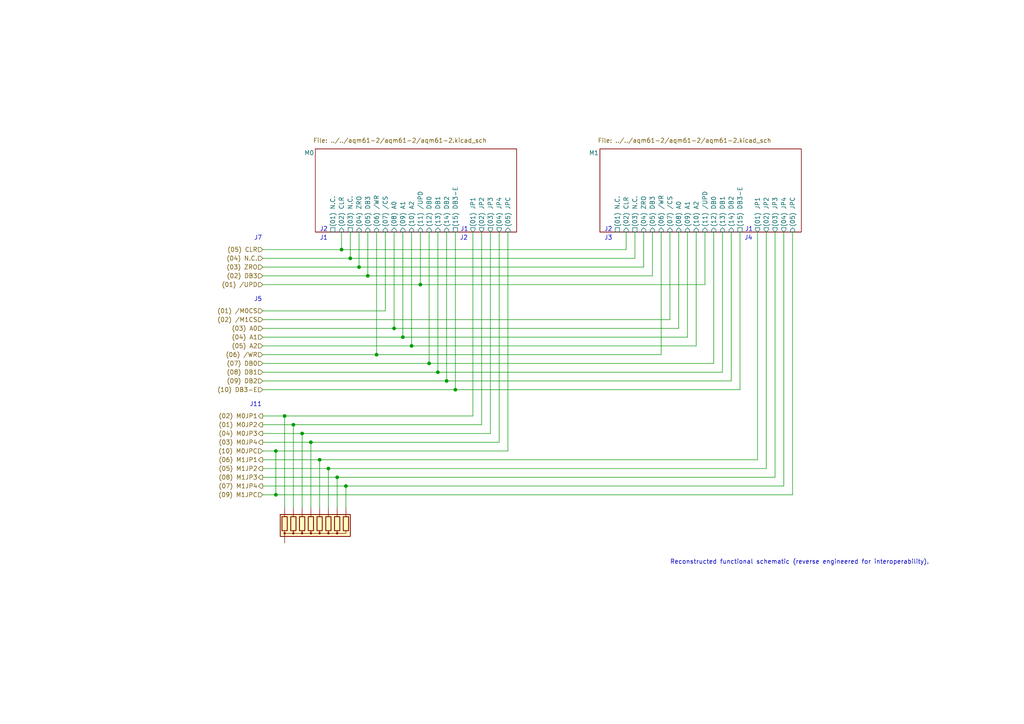
<source format=kicad_sch>
(kicad_sch (version 20211123) (generator eeschema)
  (paper "A4")
  (title_block (title "Control-related circuits") (date "2026-01-24") (rev "1.0") (company "Pozsar Zsolt") (comment 1 "EBE 287.1 analog output module - analog board"))
  (lib_symbols
    (symbol "Device:R_Network08" (pin_numbers hide) (pin_names (offset 0) hide)
      (property "Reference" "RN" (at -12.7 0 90))
      (property "Value" "R_Network08" (at 10.16 0 90))
      (symbol "R_Network08_0_1"
        (rectangle (start -11.43 -3.175) (end 8.89 3.175) (stroke (width 0.254)) (fill (type background)))
        (rectangle (start -10.922 1.524) (end -9.398 -2.54) (stroke (width 0.254)))
        (circle (center -10.16 2.286) (radius 0.254) (fill (type outline)))
        (rectangle (start -8.382 1.524) (end -6.858 -2.54) (stroke (width 0.254)))
        (circle (center -7.62 2.286) (radius 0.254) (fill (type outline)))
        (rectangle (start -5.842 1.524) (end -4.318 -2.54) (stroke (width 0.254)))
        (circle (center -5.08 2.286) (radius 0.254) (fill (type outline)))
        (rectangle (start -3.302 1.524) (end -1.778 -2.54) (stroke (width 0.254)))
        (circle (center -2.54 2.286) (radius 0.254) (fill (type outline)))
        (rectangle (start -0.762 1.524) (end 0.762 -2.54) (stroke (width 0.254)))
        (polyline (pts (xy -10.16 -2.54) (xy -10.16 -3.81)))
        (polyline (pts (xy -7.62 -2.54) (xy -7.62 -3.81)))
        (polyline (pts (xy -5.08 -2.54) (xy -5.08 -3.81)))
        (polyline (pts (xy -2.54 -2.54) (xy -2.54 -3.81)))
        (polyline (pts (xy 0 -2.54) (xy 0 -3.81)))
        (polyline (pts (xy 2.54 -2.54) (xy 2.54 -3.81)))
        (polyline (pts (xy 5.08 -2.54) (xy 5.08 -3.81)))
        (polyline (pts (xy 7.62 -2.54) (xy 7.62 -3.81)))
        (polyline (pts (xy -10.16 1.524) (xy -10.16 2.286) (xy -7.62 2.286) (xy -7.62 1.524)))
        (polyline (pts (xy -7.62 1.524) (xy -7.62 2.286) (xy -5.08 2.286) (xy -5.08 1.524)))
        (polyline (pts (xy -5.08 1.524) (xy -5.08 2.286) (xy -2.54 2.286) (xy -2.54 1.524)))
        (polyline (pts (xy -2.54 1.524) (xy -2.54 2.286) (xy 0 2.286) (xy 0 1.524)))
        (polyline (pts (xy 0 1.524) (xy 0 2.286) (xy 2.54 2.286) (xy 2.54 1.524)))
        (polyline (pts (xy 2.54 1.524) (xy 2.54 2.286) (xy 5.08 2.286) (xy 5.08 1.524)))
        (polyline (pts (xy 5.08 1.524) (xy 5.08 2.286) (xy 7.62 2.286) (xy 7.62 1.524)))
        (circle (center 0 2.286) (radius 0.254) (fill (type outline)))
        (rectangle (start 1.778 1.524) (end 3.302 -2.54) (stroke (width 0.254)))
        (circle (center 2.54 2.286) (radius 0.254) (fill (type outline)))
        (rectangle (start 4.318 1.524) (end 5.842 -2.54) (stroke (width 0.254)))
        (circle (center 5.08 2.286) (radius 0.254) (fill (type outline)))
        (rectangle (start 6.858 1.524) (end 8.382 -2.54) (stroke (width 0.254)))
      )
      (symbol "R_Network08_1_1"
        (pin passive line (at -10.16 5.08 270) (length 2.54) (name "common") (number "1"))
        (pin passive line (at -10.16 -5.08 90) (length 1.27) (name "R1") (number "2"))
        (pin passive line (at -7.62 -5.08 90) (length 1.27) (name "R2") (number "3"))
        (pin passive line (at -5.08 -5.08 90) (length 1.27) (name "R3") (number "4"))
        (pin passive line (at -2.54 -5.08 90) (length 1.27) (name "R4") (number "5"))
        (pin passive line (at 0 -5.08 90) (length 1.27) (name "R5") (number "6"))
        (pin passive line (at 2.54 -5.08 90) (length 1.27) (name "R6") (number "7"))
        (pin passive line (at 5.08 -5.08 90) (length 1.27) (name "R7") (number "8"))
        (pin passive line (at 7.62 -5.08 90) (length 1.27) (name "R8") (number "9"))
      )
    )
  )
  (junction (at 90.17 128.27))
  (junction (at 80.01 130.81))
  (junction (at 119.38 100.33))
  (junction (at 106.68 80.01))
  (junction (at 121.92 82.55))
  (junction (at 109.22 102.87))
  (junction (at 87.63 125.73))
  (junction (at 99.06 72.39))
  (junction (at 95.25 135.89))
  (junction (at 82.55 120.65))
  (junction (at 100.33 140.97))
  (junction (at 92.71 133.35))
  (junction (at 80.01 143.51))
  (junction (at 104.14 77.47))
  (junction (at 101.6 74.93))
  (junction (at 97.79 138.43))
  (junction (at 124.46 105.41))
  (junction (at 114.3 95.25))
  (junction (at 132.08 113.03))
  (junction (at 85.09 123.19))
  (junction (at 127 107.95))
  (junction (at 129.54 110.49))
  (junction (at 116.84 97.79))
  (wire (pts (xy 104.14 77.47) (xy 186.69 77.47)))
  (wire (pts (xy 76.2 125.73) (xy 87.63 125.73)))
  (wire (pts (xy 114.3 95.25) (xy 196.85 95.25)))
  (wire (pts (xy 181.61 72.39) (xy 181.61 67.31)))
  (wire (pts (xy 209.55 107.95) (xy 209.55 67.31)))
  (wire (pts (xy 109.22 67.31) (xy 109.22 102.87)))
  (wire (pts (xy 106.68 80.01) (xy 106.68 67.31)))
  (wire (pts (xy 76.2 133.35) (xy 92.71 133.35)))
  (wire (pts (xy 76.2 110.49) (xy 129.54 110.49)))
  (wire (pts (xy 76.2 77.47) (xy 104.14 77.47)))
  (wire (pts (xy 111.76 67.31) (xy 111.76 90.17)))
  (wire (pts (xy 101.6 67.31) (xy 101.6 74.93)))
  (wire (pts (xy 121.92 67.31) (xy 121.92 82.55)))
  (wire (pts (xy 99.06 72.39) (xy 181.61 72.39)))
  (wire (pts (xy 224.79 67.31) (xy 224.79 138.43)))
  (wire (pts (xy 186.69 77.47) (xy 186.69 67.31)))
  (wire (pts (xy 82.55 120.65) (xy 82.55 147.32)))
  (wire (pts (xy 80.01 130.81) (xy 80.01 143.51)))
  (wire (pts (xy 76.2 74.93) (xy 101.6 74.93)))
  (wire (pts (xy 85.09 123.19) (xy 85.09 147.32)))
  (wire (pts (xy 87.63 125.73) (xy 87.63 147.32)))
  (wire (pts (xy 129.54 110.49) (xy 212.09 110.49)))
  (wire (pts (xy 116.84 67.31) (xy 116.84 97.79)))
  (wire (pts (xy 124.46 67.31) (xy 124.46 105.41)))
  (wire (pts (xy 229.87 143.51) (xy 229.87 67.31)))
  (wire (pts (xy 196.85 67.31) (xy 196.85 95.25)))
  (wire (pts (xy 76.2 72.39) (xy 99.06 72.39)))
  (wire (pts (xy 76.2 97.79) (xy 116.84 97.79)))
  (wire (pts (xy 199.39 97.79) (xy 199.39 67.31)))
  (wire (pts (xy 76.2 123.19) (xy 85.09 123.19)))
  (wire (pts (xy 76.2 113.03) (xy 132.08 113.03)))
  (wire (pts (xy 76.2 102.87) (xy 109.22 102.87)))
  (wire (pts (xy 189.23 80.01) (xy 106.68 80.01)))
  (wire (pts (xy 90.17 128.27) (xy 90.17 147.32)))
  (wire (pts (xy 76.2 107.95) (xy 127 107.95)))
  (wire (pts (xy 76.2 82.55) (xy 121.92 82.55)))
  (wire (pts (xy 119.38 100.33) (xy 201.93 100.33)))
  (wire (pts (xy 144.78 67.31) (xy 144.78 128.27)))
  (wire (pts (xy 124.46 105.41) (xy 207.01 105.41)))
  (wire (pts (xy 116.84 97.79) (xy 199.39 97.79)))
  (wire (pts (xy 76.2 128.27) (xy 90.17 128.27)))
  (wire (pts (xy 97.79 138.43) (xy 97.79 147.32)))
  (wire (pts (xy 76.2 90.17) (xy 111.76 90.17)))
  (wire (pts (xy 76.2 105.41) (xy 124.46 105.41)))
  (wire (pts (xy 142.24 67.31) (xy 142.24 125.73)))
  (wire (pts (xy 76.2 92.71) (xy 194.31 92.71)))
  (wire (pts (xy 99.06 67.31) (xy 99.06 72.39)))
  (wire (pts (xy 219.71 67.31) (xy 219.71 133.35)))
  (wire (pts (xy 100.33 140.97) (xy 100.33 147.32)))
  (wire (pts (xy 127 67.31) (xy 127 107.95)))
  (wire (pts (xy 76.2 130.81) (xy 80.01 130.81)))
  (wire (pts (xy 76.2 135.89) (xy 95.25 135.89)))
  (wire (pts (xy 109.22 102.87) (xy 191.77 102.87)))
  (wire (pts (xy 76.2 143.51) (xy 80.01 143.51)))
  (wire (pts (xy 87.63 125.73) (xy 142.24 125.73)))
  (wire (pts (xy 132.08 113.03) (xy 214.63 113.03)))
  (wire (pts (xy 189.23 67.31) (xy 189.23 80.01)))
  (wire (pts (xy 212.09 67.31) (xy 212.09 110.49)))
  (wire (pts (xy 191.77 67.31) (xy 191.77 102.87)))
  (wire (pts (xy 90.17 128.27) (xy 144.78 128.27)))
  (wire (pts (xy 137.16 67.31) (xy 137.16 120.65)))
  (wire (pts (xy 97.79 138.43) (xy 224.79 138.43)))
  (wire (pts (xy 76.2 120.65) (xy 82.55 120.65)))
  (wire (pts (xy 127 107.95) (xy 209.55 107.95)))
  (wire (pts (xy 82.55 120.65) (xy 137.16 120.65)))
  (wire (pts (xy 222.25 135.89) (xy 222.25 67.31)))
  (wire (pts (xy 119.38 67.31) (xy 119.38 100.33)))
  (wire (pts (xy 76.2 100.33) (xy 119.38 100.33)))
  (wire (pts (xy 207.01 67.31) (xy 207.01 105.41)))
  (wire (pts (xy 80.01 143.51) (xy 229.87 143.51)))
  (wire (pts (xy 201.93 67.31) (xy 201.93 100.33)))
  (wire (pts (xy 80.01 130.81) (xy 147.32 130.81)))
  (wire (pts (xy 227.33 140.97) (xy 227.33 67.31)))
  (wire (pts (xy 76.2 95.25) (xy 114.3 95.25)))
  (wire (pts (xy 85.09 123.19) (xy 139.7 123.19)))
  (wire (pts (xy 184.15 67.31) (xy 184.15 74.93)))
  (wire (pts (xy 76.2 80.01) (xy 106.68 80.01)))
  (wire (pts (xy 184.15 74.93) (xy 101.6 74.93)))
  (wire (pts (xy 139.7 67.31) (xy 139.7 123.19)))
  (wire (pts (xy 92.71 133.35) (xy 92.71 147.32)))
  (wire (pts (xy 132.08 67.31) (xy 132.08 113.03)))
  (wire (pts (xy 147.32 130.81) (xy 147.32 67.31)))
  (wire (pts (xy 121.92 82.55) (xy 204.47 82.55)))
  (wire (pts (xy 92.71 133.35) (xy 219.71 133.35)))
  (wire (pts (xy 129.54 67.31) (xy 129.54 110.49)))
  (wire (pts (xy 95.25 135.89) (xy 95.25 147.32)))
  (wire (pts (xy 194.31 92.71) (xy 194.31 67.31)))
  (wire (pts (xy 76.2 138.43) (xy 97.79 138.43)))
  (wire (pts (xy 100.33 140.97) (xy 227.33 140.97)))
  (wire (pts (xy 104.14 67.31) (xy 104.14 77.47)))
  (wire (pts (xy 76.2 140.97) (xy 100.33 140.97)))
  (wire (pts (xy 95.25 135.89) (xy 222.25 135.89)))
  (wire (pts (xy 204.47 67.31) (xy 204.47 82.55)))
  (wire (pts (xy 114.3 67.31) (xy 114.3 95.25)))
  (wire (pts (xy 214.63 113.03) (xy 214.63 67.31)))
  (text "J2" (at 92.71 67.31 0) (effects (font (size 1.27 1.27)) (justify left bottom)))
  (text "Reconstructed functional schematic (reverse engineered for interoperability)." (at 194.31 163.83 0) (effects (font (size 1.27 1.27)) (justify left bottom)))
  (text "J11" (at 72.39 118.11 0) (effects (font (size 1.27 1.27)) (justify left bottom)))
  (text "J5" (at 73.66 87.63 0) (effects (font (size 1.27 1.27)) (justify left bottom)))
  (text "J2" (at 133.35 69.85 0) (effects (font (size 1.27 1.27)) (justify left bottom)))
  (text "J2" (at 175.26 67.31 0) (effects (font (size 1.27 1.27)) (justify left bottom)))
  (text "J4" (at 215.9 69.85 0) (effects (font (size 1.27 1.27)) (justify left bottom)))
  (text "J1" (at 92.71 69.85 0) (effects (font (size 1.27 1.27)) (justify left bottom)))
  (text "J3" (at 175.26 69.85 0) (effects (font (size 1.27 1.27)) (justify left bottom)))
  (text "J1" (at 218.44 67.31 180) (effects (font (size 1.27 1.27)) (justify right bottom)))
  (text "J1" (at 135.89 67.31 180) (effects (font (size 1.27 1.27)) (justify right bottom)))
  (text "J7" (at 73.66 69.85 0) (effects (font (size 1.27 1.27)) (justify left bottom)))
  (hierarchical_label "(09) M1JPC" (shape input) (at 76.2 143.51 180))
  (hierarchical_label "(04) A1" (shape input) (at 76.2 97.79 180))
  (hierarchical_label "(05) M1JP2" (shape output) (at 76.2 135.89 180))
  (hierarchical_label "(06) M1JP1" (shape output) (at 76.2 133.35 180))
  (hierarchical_label "(10) M0JPC" (shape input) (at 76.2 130.81 180))
  (hierarchical_label "(01) {slash}UPD" (shape input) (at 76.2 82.55 180))
  (hierarchical_label "(01) M0JP2" (shape output) (at 76.2 123.19 180))
  (hierarchical_label "(03) A0" (shape input) (at 76.2 95.25 180))
  (hierarchical_label "(02) DB3" (shape input) (at 76.2 80.01 180))
  (hierarchical_label "(06) {slash}WR" (shape input) (at 76.2 102.87 180))
  (hierarchical_label "(02) M0JP1" (shape output) (at 76.2 120.65 180))
  (hierarchical_label "(09) DB2" (shape input) (at 76.2 110.49 180))
  (hierarchical_label "(07) DB0" (shape input) (at 76.2 105.41 180))
  (hierarchical_label "(01) {slash}M0CS" (shape input) (at 76.2 90.17 180))
  (hierarchical_label "(07) M1JP4" (shape output) (at 76.2 140.97 180))
  (hierarchical_label "(03) ZRO" (shape input) (at 76.2 77.47 180))
  (hierarchical_label "(08) M1JP3" (shape output) (at 76.2 138.43 180))
  (hierarchical_label "(04) N.C." (shape input) (at 76.2 74.93 180))
  (hierarchical_label "(08) DB1" (shape input) (at 76.2 107.95 180))
  (hierarchical_label "(03) M0JP4" (shape output) (at 76.2 128.27 180))
  (hierarchical_label "(04) M0JP3" (shape output) (at 76.2 125.73 180))
  (hierarchical_label "(10) DB3-E" (shape input) (at 76.2 113.03 180))
  (hierarchical_label "(05) CLR" (shape input) (at 76.2 72.39 180))
  (hierarchical_label "(02) {slash}M1CS" (shape input) (at 76.2 92.71 180))
  (hierarchical_label "(05) A2" (shape input) (at 76.2 100.33 180))
  (symbol (lib_id "Device:R_Network08") (at 92.71 152.4 0) (mirror x) (unit 1)
    (property "Reference" "RN?" (effects hide))
    (property "Value" "R_Network08" (effects hide))
    (property "Footprint" "Resistor_THT:R_Array_SIP9" (effects hide))
    (property "Datasheet" "http://www.vishay.com/docs/31509/csc.pdf" (effects hide))
  )
  (sheet (at 91.44 43.18) (size 58.42 24.13) (stroke (width 0.1524))
    (property "Sheet name" "M0" (at 88.265 45.085 0) (effects (justify left bottom)))
    (property "Sheet file" "../../aqm61-2/aqm61-2/aqm61-2.kicad_sch" (at 90.805 40.005 0) (effects (justify left top)))
    (pin "(13) DB1" input (at 127 67.31 270))
    (pin "(11) {slash}UPD" input (at 121.92 67.31 270))
    (pin "(12) DB0" input (at 124.46 67.31 270))
    (pin "(15) DB3-E" passive (at 132.08 67.31 270))
    (pin "(14) DB2" input (at 129.54 67.31 270))
    (pin "(10) A2" input (at 119.38 67.31 270))
    (pin "(07) {slash}CS" input (at 111.76 67.31 270))
    (pin "(09) A1" input (at 116.84 67.31 270))
    (pin "(08) A0" input (at 114.3 67.31 270))
    (pin "(03) N.C." passive (at 101.6 67.31 270))
    (pin "(02) CLR" input (at 99.06 67.31 270))
    (pin "(05) DB3" input (at 106.68 67.31 270))
    (pin "(01) JP1" output (at 137.16 67.31 270))
    (pin "(04) ZRO" input (at 104.14 67.31 270))
    (pin "(06) {slash}WR" input (at 109.22 67.31 270))
    (pin "(01) N.C." passive (at 96.52 67.31 270))
    (pin "(04) JP4" output (at 144.78 67.31 270))
    (pin "(03) JP3" output (at 142.24 67.31 270))
    (pin "(02) JP2" output (at 139.7 67.31 270))
    (pin "(05) JPC" input (at 147.32 67.31 270))
  )
  (sheet (at 173.99 43.18) (size 58.42 24.13) (stroke (width 0.1524))
    (property "Sheet name" "M1" (at 170.815 45.085 0) (effects (justify left bottom)))
    (property "Sheet file" "../../aqm61-2/aqm61-2/aqm61-2.kicad_sch" (at 173.355 40.005 0) (effects (justify left top)))
    (pin "(13) DB1" input (at 209.55 67.31 270))
    (pin "(11) {slash}UPD" input (at 204.47 67.31 270))
    (pin "(12) DB0" input (at 207.01 67.31 270))
    (pin "(15) DB3-E" passive (at 214.63 67.31 270))
    (pin "(14) DB2" input (at 212.09 67.31 270))
    (pin "(10) A2" input (at 201.93 67.31 270))
    (pin "(07) {slash}CS" input (at 194.31 67.31 270))
    (pin "(09) A1" input (at 199.39 67.31 270))
    (pin "(08) A0" input (at 196.85 67.31 270))
    (pin "(03) N.C." passive (at 184.15 67.31 270))
    (pin "(02) CLR" input (at 181.61 67.31 270))
    (pin "(05) DB3" input (at 189.23 67.31 270))
    (pin "(01) JP1" output (at 219.71 67.31 270))
    (pin "(04) ZRO" input (at 186.69 67.31 270))
    (pin "(06) {slash}WR" input (at 191.77 67.31 270))
    (pin "(01) N.C." passive (at 179.07 67.31 270))
    (pin "(04) JP4" output (at 227.33 67.31 270))
    (pin "(03) JP3" output (at 224.79 67.31 270))
    (pin "(02) JP2" output (at 222.25 67.31 270))
    (pin "(05) JPC" input (at 229.87 67.31 270))
  )
)
</source>
